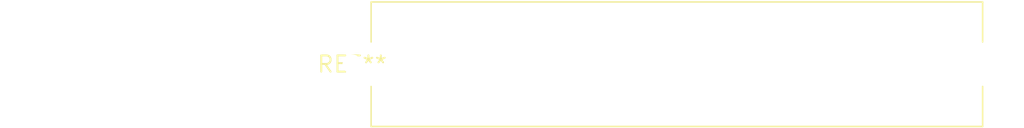
<source format=kicad_pcb>
(kicad_pcb (version 20240108) (generator pcbnew)
  (layers (0 "F.Cu" signal) (31 "B.Cu" signal) (34 "B.Paste" user) (35 "F.Paste" user) (36 "B.SilkS" user "B.Silkscreen") (37 "F.SilkS" user "F.Silkscreen") (38 "B.Mask" user) (39 "F.Mask" user) (44 "Edge.Cuts" user))
  (net 0 "")
  (footprint "R_Axial_Shunt_L47.6mm_W9.5mm_PS34.93mm_P50.80mm" (layer "F.Cu") (at 0 0)
    (property "Reference" "REF**")
    (property "Value" "R_Axial_Shunt_L47.6mm_W9.5mm_PS34.93mm_P50.80mm")
    (fp_line (start 1.48 -4.87) (end 49.32 -4.87) (layer "F.SilkS") (stroke (width 0.12)))
    (fp_line (start 1.48 -1.74) (end 1.48 -4.87) (layer "F.SilkS") (stroke (width 0.12)))
    (fp_line (start 1.48 1.74) (end 1.48 4.87) (layer "F.SilkS") (stroke (width 0.12)))
    (fp_line (start 1.48 4.87) (end 49.32 4.87) (layer "F.SilkS") (stroke (width 0.12)))
    (fp_line (start 49.32 -4.87) (end 49.32 -1.74) (layer "F.SilkS") (stroke (width 0.12)))
    (fp_line (start 49.32 4.87) (end 49.32 1.74) (layer "F.SilkS") (stroke (width 0.12)))
    (pad "1" thru_hole circle (at 0 0) (size 3 3) (drill 1.5) (layers *.Cu *.Mask) (remove_unused_layers))
    (pad "2" thru_hole oval (at 7.935 0) (size 3 3) (drill 1.5) (layers *.Cu *.Mask) (remove_unused_layers))
    (pad "3" thru_hole oval (at 42.865 0) (size 3 3) (drill 1.5) (layers *.Cu *.Mask) (remove_unused_layers))
    (pad "4" thru_hole oval (at 50.8 0) (size 3 3) (drill 1.5) (layers *.Cu *.Mask) (remove_unused_layers))
  )
)
</source>
